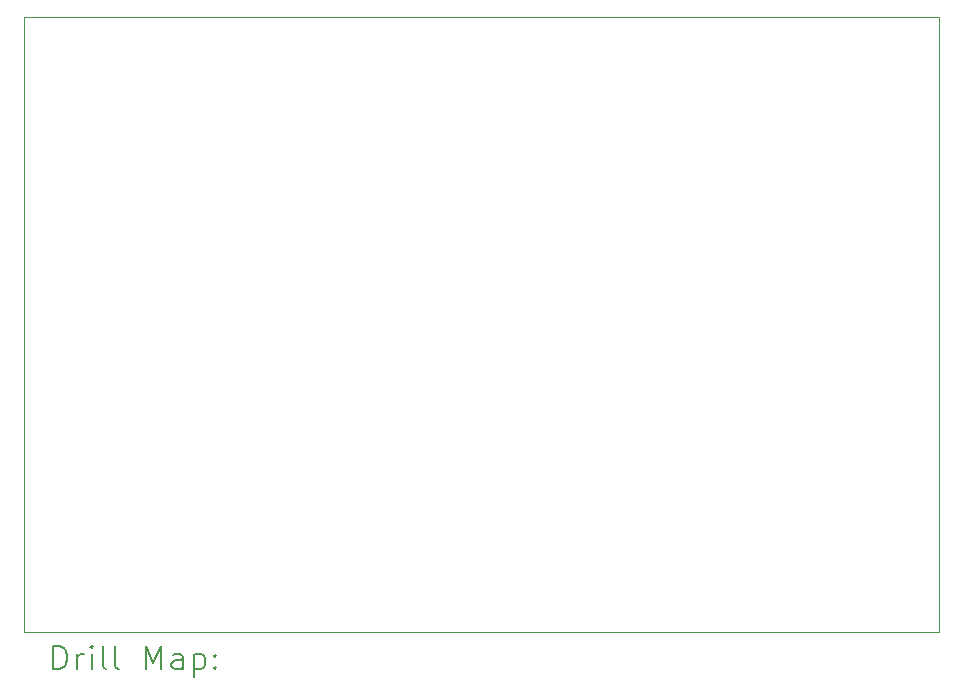
<source format=gbr>
%TF.GenerationSoftware,KiCad,Pcbnew,(6.0.9)*%
%TF.CreationDate,2023-01-16T23:19:39+01:00*%
%TF.ProjectId,FM_radio_atmega_8,464d5f72-6164-4696-9f5f-61746d656761,rev?*%
%TF.SameCoordinates,Original*%
%TF.FileFunction,Drillmap*%
%TF.FilePolarity,Positive*%
%FSLAX45Y45*%
G04 Gerber Fmt 4.5, Leading zero omitted, Abs format (unit mm)*
G04 Created by KiCad (PCBNEW (6.0.9)) date 2023-01-16 23:19:39*
%MOMM*%
%LPD*%
G01*
G04 APERTURE LIST*
%ADD10C,0.100000*%
%ADD11C,0.200000*%
G04 APERTURE END LIST*
D10*
X5207000Y-13081000D02*
X12954000Y-13081000D01*
X12954000Y-13081000D02*
X12954000Y-7874000D01*
X12954000Y-7874000D02*
X5207000Y-7874000D01*
X5207000Y-7874000D02*
X5207000Y-13081000D01*
D11*
X5459619Y-13396476D02*
X5459619Y-13196476D01*
X5507238Y-13196476D01*
X5535810Y-13206000D01*
X5554857Y-13225048D01*
X5564381Y-13244095D01*
X5573905Y-13282190D01*
X5573905Y-13310762D01*
X5564381Y-13348857D01*
X5554857Y-13367905D01*
X5535810Y-13386952D01*
X5507238Y-13396476D01*
X5459619Y-13396476D01*
X5659619Y-13396476D02*
X5659619Y-13263143D01*
X5659619Y-13301238D02*
X5669143Y-13282190D01*
X5678667Y-13272667D01*
X5697714Y-13263143D01*
X5716762Y-13263143D01*
X5783428Y-13396476D02*
X5783428Y-13263143D01*
X5783428Y-13196476D02*
X5773905Y-13206000D01*
X5783428Y-13215524D01*
X5792952Y-13206000D01*
X5783428Y-13196476D01*
X5783428Y-13215524D01*
X5907238Y-13396476D02*
X5888190Y-13386952D01*
X5878667Y-13367905D01*
X5878667Y-13196476D01*
X6012000Y-13396476D02*
X5992952Y-13386952D01*
X5983428Y-13367905D01*
X5983428Y-13196476D01*
X6240571Y-13396476D02*
X6240571Y-13196476D01*
X6307238Y-13339333D01*
X6373905Y-13196476D01*
X6373905Y-13396476D01*
X6554857Y-13396476D02*
X6554857Y-13291714D01*
X6545333Y-13272667D01*
X6526286Y-13263143D01*
X6488190Y-13263143D01*
X6469143Y-13272667D01*
X6554857Y-13386952D02*
X6535809Y-13396476D01*
X6488190Y-13396476D01*
X6469143Y-13386952D01*
X6459619Y-13367905D01*
X6459619Y-13348857D01*
X6469143Y-13329809D01*
X6488190Y-13320286D01*
X6535809Y-13320286D01*
X6554857Y-13310762D01*
X6650095Y-13263143D02*
X6650095Y-13463143D01*
X6650095Y-13272667D02*
X6669143Y-13263143D01*
X6707238Y-13263143D01*
X6726286Y-13272667D01*
X6735809Y-13282190D01*
X6745333Y-13301238D01*
X6745333Y-13358381D01*
X6735809Y-13377428D01*
X6726286Y-13386952D01*
X6707238Y-13396476D01*
X6669143Y-13396476D01*
X6650095Y-13386952D01*
X6831048Y-13377428D02*
X6840571Y-13386952D01*
X6831048Y-13396476D01*
X6821524Y-13386952D01*
X6831048Y-13377428D01*
X6831048Y-13396476D01*
X6831048Y-13272667D02*
X6840571Y-13282190D01*
X6831048Y-13291714D01*
X6821524Y-13282190D01*
X6831048Y-13272667D01*
X6831048Y-13291714D01*
M02*

</source>
